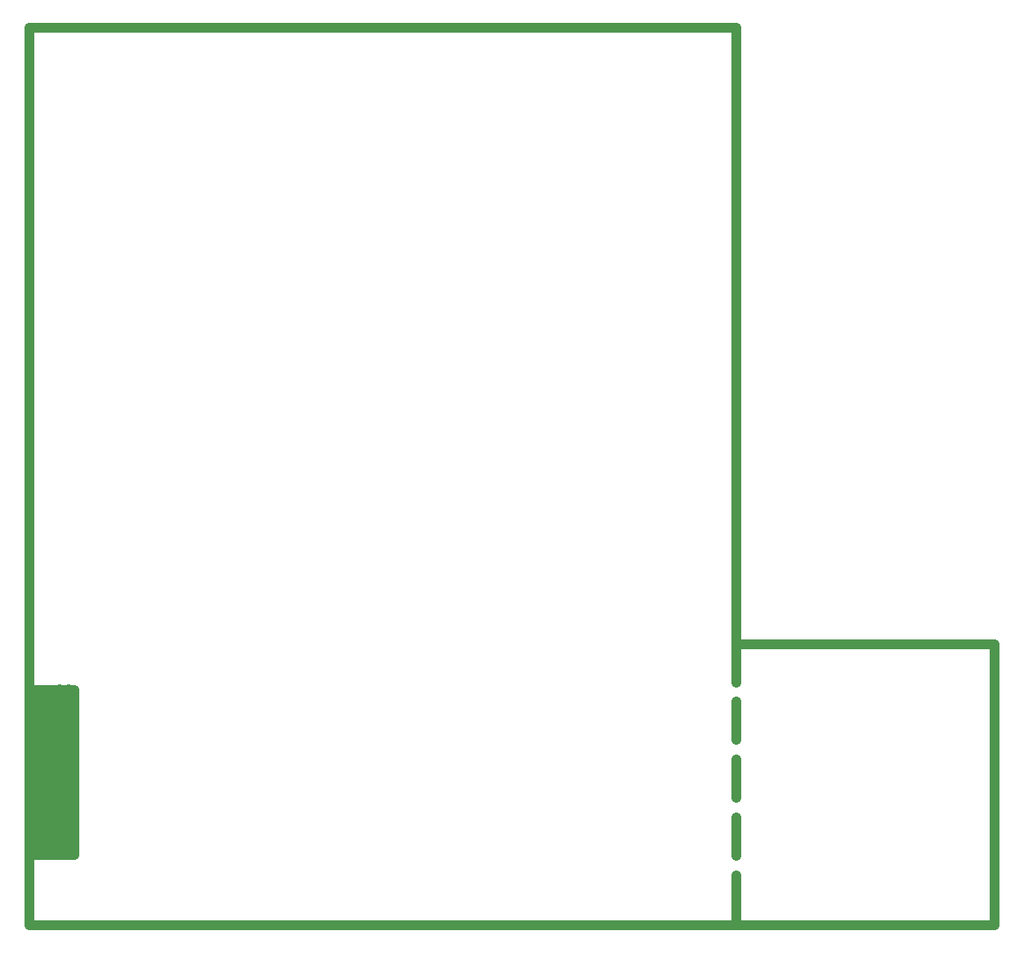
<source format=gko>
G04*
G04 #@! TF.GenerationSoftware,Altium Limited,Altium Designer,24.2.2 (26)*
G04*
G04 Layer_Color=16711935*
%FSLAX25Y25*%
%MOIN*%
G70*
G04*
G04 #@! TF.SameCoordinates,F296BD43-7A1A-4B5F-AFD2-8FBC70BB071E*
G04*
G04*
G04 #@! TF.FilePolarity,Positive*
G04*
G01*
G75*
%ADD168C,0.03937*%
D168*
X-39Y905D02*
G03*
X39Y827I79J0D01*
G01*
X0Y0D02*
X290630D01*
X2598Y96181D02*
X18307D01*
X8858Y30118D02*
Y96181D01*
X2598D02*
X5118D01*
X2598Y29370D02*
Y96181D01*
X18307Y28858D02*
Y96181D01*
X15945Y29252D02*
Y96339D01*
X12402Y29055D02*
Y96299D01*
X5315Y29370D02*
Y96181D01*
X2598Y29370D02*
X5315D01*
X-39Y28858D02*
X18307D01*
X290630Y39D02*
X393819D01*
Y114646D01*
X288504D02*
X393819D01*
X288504Y366496D02*
X288504Y114646D01*
X0Y366496D02*
X288504D01*
X0Y0D02*
Y366496D01*
X-39Y905D02*
X0D01*
X288268Y39D02*
Y20512D01*
Y28386D02*
Y44134D01*
Y52008D02*
Y67756D01*
Y75630D02*
Y91378D01*
Y99252D02*
Y118937D01*
M02*

</source>
